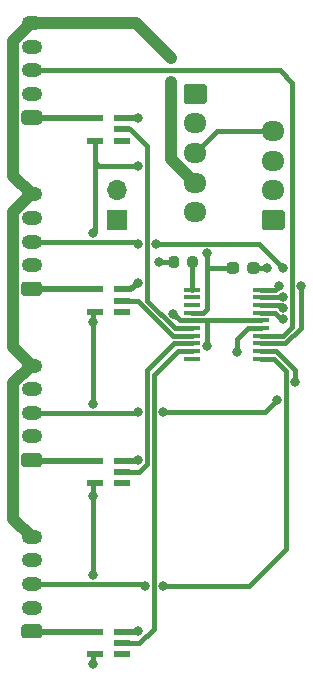
<source format=gtl>
%TF.GenerationSoftware,KiCad,Pcbnew,(5.1.6)-1*%
%TF.CreationDate,2020-11-23T19:54:06+09:00*%
%TF.ProjectId,HARP-Motor-Ctrl-Board,48415250-2d4d-46f7-946f-722d4374726c,rev?*%
%TF.SameCoordinates,Original*%
%TF.FileFunction,Copper,L1,Top*%
%TF.FilePolarity,Positive*%
%FSLAX46Y46*%
G04 Gerber Fmt 4.6, Leading zero omitted, Abs format (unit mm)*
G04 Created by KiCad (PCBNEW (5.1.6)-1) date 2020-11-23 19:54:06*
%MOMM*%
%LPD*%
G01*
G04 APERTURE LIST*
%TA.AperFunction,SMDPad,CuDef*%
%ADD10R,1.400000X0.600000*%
%TD*%
%TA.AperFunction,SMDPad,CuDef*%
%ADD11R,1.475000X0.450000*%
%TD*%
%TA.AperFunction,ComponentPad*%
%ADD12O,1.750000X1.200000*%
%TD*%
%TA.AperFunction,ComponentPad*%
%ADD13O,1.950000X1.700000*%
%TD*%
%TA.AperFunction,ComponentPad*%
%ADD14R,1.700000X1.700000*%
%TD*%
%TA.AperFunction,ComponentPad*%
%ADD15O,1.700000X1.700000*%
%TD*%
%TA.AperFunction,ViaPad*%
%ADD16C,0.800000*%
%TD*%
%TA.AperFunction,Conductor*%
%ADD17C,0.406400*%
%TD*%
%TA.AperFunction,Conductor*%
%ADD18C,0.508000*%
%TD*%
%TA.AperFunction,Conductor*%
%ADD19C,1.016000*%
%TD*%
G04 APERTURE END LIST*
%TO.P,C3,1*%
%TO.N,/NRST*%
%TA.AperFunction,SMDPad,CuDef*%
G36*
G01*
X88516000Y-78469500D02*
X88516000Y-77994500D01*
G75*
G02*
X88753500Y-77757000I237500J0D01*
G01*
X89328500Y-77757000D01*
G75*
G02*
X89566000Y-77994500I0J-237500D01*
G01*
X89566000Y-78469500D01*
G75*
G02*
X89328500Y-78707000I-237500J0D01*
G01*
X88753500Y-78707000D01*
G75*
G02*
X88516000Y-78469500I0J237500D01*
G01*
G37*
%TD.AperFunction*%
%TO.P,C3,2*%
%TO.N,GND*%
%TA.AperFunction,SMDPad,CuDef*%
G36*
G01*
X90266000Y-78469500D02*
X90266000Y-77994500D01*
G75*
G02*
X90503500Y-77757000I237500J0D01*
G01*
X91078500Y-77757000D01*
G75*
G02*
X91316000Y-77994500I0J-237500D01*
G01*
X91316000Y-78469500D01*
G75*
G02*
X91078500Y-78707000I-237500J0D01*
G01*
X90503500Y-78707000D01*
G75*
G02*
X90266000Y-78469500I0J237500D01*
G01*
G37*
%TD.AperFunction*%
%TD*%
D10*
%TO.P,IC1,1*%
%TO.N,Net-(IC1-Pad1)*%
X79650000Y-67450000D03*
%TO.P,IC1,2*%
%TO.N,/PWM1*%
X79650000Y-66500000D03*
%TO.P,IC1,3*%
%TO.N,GND*%
X79650000Y-65550000D03*
%TO.P,IC1,4*%
%TO.N,/PWM1_INV*%
X77350000Y-65550000D03*
%TO.P,IC1,5*%
%TO.N,+3V3*%
X77350000Y-67450000D03*
%TD*%
%TO.P,IC2,1*%
%TO.N,Net-(IC2-Pad1)*%
X79650000Y-96450000D03*
%TO.P,IC2,2*%
%TO.N,/PWM3*%
X79650000Y-95500000D03*
%TO.P,IC2,3*%
%TO.N,GND*%
X79650000Y-94550000D03*
%TO.P,IC2,4*%
%TO.N,/PWM3_INV*%
X77350000Y-94550000D03*
%TO.P,IC2,5*%
%TO.N,+3V3*%
X77350000Y-96450000D03*
%TD*%
D11*
%TO.P,IC3,1*%
%TO.N,Net-(IC3-Pad1)*%
X85562000Y-80075000D03*
%TO.P,IC3,2*%
%TO.N,Net-(IC3-Pad2)*%
X85562000Y-80725000D03*
%TO.P,IC3,3*%
%TO.N,Net-(IC3-Pad3)*%
X85562000Y-81375000D03*
%TO.P,IC3,4*%
%TO.N,/NRST*%
X85562000Y-82025000D03*
%TO.P,IC3,5*%
%TO.N,+3V3*%
X85562000Y-82675000D03*
%TO.P,IC3,6*%
%TO.N,/PWM1*%
X85562000Y-83325000D03*
%TO.P,IC3,7*%
%TO.N,/PWM2*%
X85562000Y-83975000D03*
%TO.P,IC3,8*%
%TO.N,/PWM3*%
X85562000Y-84625000D03*
%TO.P,IC3,9*%
%TO.N,/PWM4*%
X85562000Y-85275000D03*
%TO.P,IC3,10*%
%TO.N,Net-(IC3-Pad10)*%
X85562000Y-85925000D03*
%TO.P,IC3,11*%
%TO.N,/DIR4*%
X91438000Y-85925000D03*
%TO.P,IC3,12*%
%TO.N,/DIR3*%
X91438000Y-85275000D03*
%TO.P,IC3,13*%
%TO.N,/DIR2*%
X91438000Y-84625000D03*
%TO.P,IC3,14*%
%TO.N,/DIR1*%
X91438000Y-83975000D03*
%TO.P,IC3,15*%
%TO.N,GND*%
X91438000Y-83325000D03*
%TO.P,IC3,16*%
%TO.N,+3V3*%
X91438000Y-82675000D03*
%TO.P,IC3,17*%
%TO.N,/TX*%
X91438000Y-82025000D03*
%TO.P,IC3,18*%
%TO.N,/RX*%
X91438000Y-81375000D03*
%TO.P,IC3,19*%
%TO.N,/SWDIO*%
X91438000Y-80725000D03*
%TO.P,IC3,20*%
%TO.N,/SWCLK*%
X91438000Y-80075000D03*
%TD*%
D10*
%TO.P,IC4,5*%
%TO.N,+3V3*%
X77350000Y-81950000D03*
%TO.P,IC4,4*%
%TO.N,/PWM2_INV*%
X77350000Y-80050000D03*
%TO.P,IC4,3*%
%TO.N,GND*%
X79650000Y-80050000D03*
%TO.P,IC4,2*%
%TO.N,/PWM2*%
X79650000Y-81000000D03*
%TO.P,IC4,1*%
%TO.N,Net-(IC4-Pad1)*%
X79650000Y-81950000D03*
%TD*%
%TO.P,IC5,5*%
%TO.N,+3V3*%
X77350000Y-110950000D03*
%TO.P,IC5,4*%
%TO.N,/PWM4_INV*%
X77350000Y-109050000D03*
%TO.P,IC5,3*%
%TO.N,GND*%
X79650000Y-109050000D03*
%TO.P,IC5,2*%
%TO.N,/PWM4*%
X79650000Y-110000000D03*
%TO.P,IC5,1*%
%TO.N,Net-(IC5-Pad1)*%
X79650000Y-110950000D03*
%TD*%
D12*
%TO.P,J1,5*%
%TO.N,+12V*%
X72000000Y-57500000D03*
%TO.P,J1,4*%
%TO.N,Net-(J1-Pad4)*%
X72000000Y-59500000D03*
%TO.P,J1,3*%
%TO.N,/DIR1*%
X72000000Y-61500000D03*
%TO.P,J1,2*%
%TO.N,GND*%
X72000000Y-63500000D03*
%TO.P,J1,1*%
%TO.N,/PWM1_INV*%
%TA.AperFunction,ComponentPad*%
G36*
G01*
X72625001Y-66100000D02*
X71374999Y-66100000D01*
G75*
G02*
X71125000Y-65850001I0J249999D01*
G01*
X71125000Y-65149999D01*
G75*
G02*
X71374999Y-64900000I249999J0D01*
G01*
X72625001Y-64900000D01*
G75*
G02*
X72875000Y-65149999I0J-249999D01*
G01*
X72875000Y-65850001D01*
G75*
G02*
X72625001Y-66100000I-249999J0D01*
G01*
G37*
%TD.AperFunction*%
%TD*%
%TO.P,J2,1*%
%TO.N,/SWCLK*%
%TA.AperFunction,ComponentPad*%
G36*
G01*
X93181000Y-75018000D02*
X91731000Y-75018000D01*
G75*
G02*
X91481000Y-74768000I0J250000D01*
G01*
X91481000Y-73568000D01*
G75*
G02*
X91731000Y-73318000I250000J0D01*
G01*
X93181000Y-73318000D01*
G75*
G02*
X93431000Y-73568000I0J-250000D01*
G01*
X93431000Y-74768000D01*
G75*
G02*
X93181000Y-75018000I-250000J0D01*
G01*
G37*
%TD.AperFunction*%
D13*
%TO.P,J2,2*%
%TO.N,/SWDIO*%
X92456000Y-71668000D03*
%TO.P,J2,3*%
%TO.N,GND*%
X92456000Y-69168000D03*
%TO.P,J2,4*%
%TO.N,+3V3*%
X92456000Y-66668000D03*
%TD*%
D14*
%TO.P,J3,1*%
%TO.N,/NRST*%
X79248000Y-74168000D03*
D15*
%TO.P,J3,2*%
%TO.N,GND*%
X79248000Y-71628000D03*
%TD*%
%TO.P,J4,1*%
%TO.N,/PWM2_INV*%
%TA.AperFunction,ComponentPad*%
G36*
G01*
X72625001Y-80600000D02*
X71374999Y-80600000D01*
G75*
G02*
X71125000Y-80350001I0J249999D01*
G01*
X71125000Y-79649999D01*
G75*
G02*
X71374999Y-79400000I249999J0D01*
G01*
X72625001Y-79400000D01*
G75*
G02*
X72875000Y-79649999I0J-249999D01*
G01*
X72875000Y-80350001D01*
G75*
G02*
X72625001Y-80600000I-249999J0D01*
G01*
G37*
%TD.AperFunction*%
D12*
%TO.P,J4,2*%
%TO.N,GND*%
X72000000Y-78000000D03*
%TO.P,J4,3*%
%TO.N,/DIR2*%
X72000000Y-76000000D03*
%TO.P,J4,4*%
%TO.N,Net-(J4-Pad4)*%
X72000000Y-74000000D03*
%TO.P,J4,5*%
%TO.N,+12V*%
X72000000Y-72000000D03*
%TD*%
%TO.P,J5,1*%
%TO.N,/TX*%
%TA.AperFunction,ComponentPad*%
G36*
G01*
X85127000Y-62650000D02*
X86577000Y-62650000D01*
G75*
G02*
X86827000Y-62900000I0J-250000D01*
G01*
X86827000Y-64100000D01*
G75*
G02*
X86577000Y-64350000I-250000J0D01*
G01*
X85127000Y-64350000D01*
G75*
G02*
X84877000Y-64100000I0J250000D01*
G01*
X84877000Y-62900000D01*
G75*
G02*
X85127000Y-62650000I250000J0D01*
G01*
G37*
%TD.AperFunction*%
D13*
%TO.P,J5,2*%
%TO.N,/RX*%
X85852000Y-66000000D03*
%TO.P,J5,3*%
%TO.N,+3V3*%
X85852000Y-68500000D03*
%TO.P,J5,4*%
%TO.N,+12V*%
X85852000Y-71000000D03*
%TO.P,J5,5*%
%TO.N,GND*%
X85852000Y-73500000D03*
%TD*%
D12*
%TO.P,J6,5*%
%TO.N,+12V*%
X72000000Y-86500000D03*
%TO.P,J6,4*%
%TO.N,Net-(J6-Pad4)*%
X72000000Y-88500000D03*
%TO.P,J6,3*%
%TO.N,/DIR3*%
X72000000Y-90500000D03*
%TO.P,J6,2*%
%TO.N,GND*%
X72000000Y-92500000D03*
%TO.P,J6,1*%
%TO.N,/PWM3_INV*%
%TA.AperFunction,ComponentPad*%
G36*
G01*
X72625001Y-95100000D02*
X71374999Y-95100000D01*
G75*
G02*
X71125000Y-94850001I0J249999D01*
G01*
X71125000Y-94149999D01*
G75*
G02*
X71374999Y-93900000I249999J0D01*
G01*
X72625001Y-93900000D01*
G75*
G02*
X72875000Y-94149999I0J-249999D01*
G01*
X72875000Y-94850001D01*
G75*
G02*
X72625001Y-95100000I-249999J0D01*
G01*
G37*
%TD.AperFunction*%
%TD*%
%TO.P,J7,1*%
%TO.N,/PWM4_INV*%
%TA.AperFunction,ComponentPad*%
G36*
G01*
X72625001Y-109600000D02*
X71374999Y-109600000D01*
G75*
G02*
X71125000Y-109350001I0J249999D01*
G01*
X71125000Y-108649999D01*
G75*
G02*
X71374999Y-108400000I249999J0D01*
G01*
X72625001Y-108400000D01*
G75*
G02*
X72875000Y-108649999I0J-249999D01*
G01*
X72875000Y-109350001D01*
G75*
G02*
X72625001Y-109600000I-249999J0D01*
G01*
G37*
%TD.AperFunction*%
%TO.P,J7,2*%
%TO.N,GND*%
X72000000Y-107000000D03*
%TO.P,J7,3*%
%TO.N,/DIR4*%
X72000000Y-105000000D03*
%TO.P,J7,4*%
%TO.N,Net-(J7-Pad4)*%
X72000000Y-103000000D03*
%TO.P,J7,5*%
%TO.N,+12V*%
X72000000Y-101000000D03*
%TD*%
%TO.P,R1,1*%
%TO.N,Net-(IC3-Pad1)*%
%TA.AperFunction,SMDPad,CuDef*%
G36*
G01*
X86061000Y-77467750D02*
X86061000Y-77980250D01*
G75*
G02*
X85842250Y-78199000I-218750J0D01*
G01*
X85404750Y-78199000D01*
G75*
G02*
X85186000Y-77980250I0J218750D01*
G01*
X85186000Y-77467750D01*
G75*
G02*
X85404750Y-77249000I218750J0D01*
G01*
X85842250Y-77249000D01*
G75*
G02*
X86061000Y-77467750I0J-218750D01*
G01*
G37*
%TD.AperFunction*%
%TO.P,R1,2*%
%TO.N,GND*%
%TA.AperFunction,SMDPad,CuDef*%
G36*
G01*
X84486000Y-77467750D02*
X84486000Y-77980250D01*
G75*
G02*
X84267250Y-78199000I-218750J0D01*
G01*
X83829750Y-78199000D01*
G75*
G02*
X83611000Y-77980250I0J218750D01*
G01*
X83611000Y-77467750D01*
G75*
G02*
X83829750Y-77249000I218750J0D01*
G01*
X84267250Y-77249000D01*
G75*
G02*
X84486000Y-77467750I0J-218750D01*
G01*
G37*
%TD.AperFunction*%
%TD*%
D16*
%TO.N,+3V3*%
X83987428Y-82128572D03*
X81032400Y-69603872D03*
X77216000Y-75244400D03*
X77216000Y-82804000D03*
X77216000Y-89744400D03*
X77216000Y-97536000D03*
X77216000Y-104244400D03*
X77216000Y-111760000D03*
X86868000Y-84836000D03*
%TO.N,GND*%
X81000000Y-109000000D03*
X81000000Y-94500000D03*
X81000000Y-79500000D03*
X81000000Y-65500000D03*
X82804000Y-77724000D03*
X89408000Y-85344000D03*
X91948000Y-78232000D03*
%TO.N,/NRST*%
X86868000Y-76955600D03*
%TO.N,/DIR4*%
X81591210Y-105156000D03*
X83102410Y-105156000D03*
%TO.N,/DIR3*%
X81032400Y-90424000D03*
X83102410Y-90424000D03*
X92767209Y-89408000D03*
X94278409Y-87884000D03*
%TO.N,/DIR2*%
X81032400Y-76200000D03*
X82543600Y-76200000D03*
X93275209Y-78232000D03*
X94786409Y-79756000D03*
%TO.N,/TX*%
X93275209Y-82560927D03*
%TO.N,/RX*%
X93275209Y-81608524D03*
%TO.N,/SWDIO*%
X93275209Y-80656121D03*
%TO.N,/SWCLK*%
X92964000Y-79756000D03*
%TO.N,+12V*%
X83820000Y-60452000D03*
X83820000Y-62484000D03*
%TD*%
D17*
%TO.N,+3V3*%
X84533856Y-82675000D02*
X85562000Y-82675000D01*
X83987428Y-82128572D02*
X84533856Y-82675000D01*
X85562000Y-82675000D02*
X85723000Y-82675000D01*
X81032400Y-69603872D02*
X77731872Y-69603872D01*
X77350000Y-69222000D02*
X77350000Y-67450000D01*
X77731872Y-69603872D02*
X77350000Y-69222000D01*
X77350000Y-69222000D02*
X77350000Y-75110400D01*
X77350000Y-75110400D02*
X77216000Y-75244400D01*
X77216000Y-82084000D02*
X77350000Y-81950000D01*
X77216000Y-82804000D02*
X77216000Y-82084000D01*
X77216000Y-82804000D02*
X77216000Y-89744400D01*
X77216000Y-96584000D02*
X77350000Y-96450000D01*
X77216000Y-97536000D02*
X77216000Y-96584000D01*
X77216000Y-97536000D02*
X77216000Y-104244400D01*
X77216000Y-111084000D02*
X77350000Y-110950000D01*
X77216000Y-111760000D02*
X77216000Y-111084000D01*
X86868000Y-84836000D02*
X86868000Y-82804000D01*
X85723000Y-82675000D02*
X86997000Y-82675000D01*
X86868000Y-82804000D02*
X86997000Y-82675000D01*
X86997000Y-82675000D02*
X91438000Y-82675000D01*
X87684000Y-66668000D02*
X85852000Y-68500000D01*
X92456000Y-66668000D02*
X87684000Y-66668000D01*
D18*
%TO.N,GND*%
X79650000Y-109050000D02*
X80950000Y-109050000D01*
X80950000Y-109050000D02*
X81000000Y-109000000D01*
X79650000Y-94550000D02*
X80950000Y-94550000D01*
X80950000Y-94550000D02*
X81000000Y-94500000D01*
X79650000Y-80050000D02*
X80450000Y-80050000D01*
X80450000Y-80050000D02*
X81000000Y-79500000D01*
X79650000Y-65550000D02*
X80950000Y-65550000D01*
X80950000Y-65550000D02*
X81000000Y-65500000D01*
D17*
X84048500Y-77724000D02*
X82804000Y-77724000D01*
X89408000Y-84211100D02*
X89408000Y-85344000D01*
X91438000Y-83325000D02*
X90294100Y-83325000D01*
X90294100Y-83325000D02*
X89408000Y-84211100D01*
X90791000Y-78232000D02*
X91948000Y-78232000D01*
%TO.N,/NRST*%
X86514582Y-82025000D02*
X86868000Y-81671582D01*
X85562000Y-82025000D02*
X86514582Y-82025000D01*
X89041000Y-78232000D02*
X86868000Y-78232000D01*
X86868000Y-81671582D02*
X86868000Y-78232000D01*
X86868000Y-78232000D02*
X86868000Y-76955600D01*
%TO.N,/PWM1*%
X80340082Y-66500000D02*
X79650000Y-66500000D01*
X84115276Y-83325000D02*
X81788000Y-80997724D01*
X81788000Y-67947918D02*
X80340082Y-66500000D01*
X81788000Y-80997724D02*
X81788000Y-67947918D01*
X85562000Y-83325000D02*
X84115276Y-83325000D01*
D18*
%TO.N,/PWM1_INV*%
X72050000Y-65550000D02*
X72000000Y-65500000D01*
X77350000Y-65550000D02*
X72050000Y-65550000D01*
D17*
%TO.N,/PWM3*%
X81118290Y-95500000D02*
X81788000Y-94830290D01*
X79650000Y-95500000D02*
X81118290Y-95500000D01*
X85562000Y-84625000D02*
X84031000Y-84625000D01*
X84031000Y-84625000D02*
X81788000Y-86868000D01*
X81788000Y-94830290D02*
X81788000Y-86868000D01*
D18*
%TO.N,/PWM3_INV*%
X72050000Y-94550000D02*
X72000000Y-94500000D01*
X77350000Y-94550000D02*
X72050000Y-94550000D01*
D17*
%TO.N,Net-(IC3-Pad1)*%
X85623500Y-80013500D02*
X85562000Y-80075000D01*
X85623500Y-77724000D02*
X85623500Y-80013500D01*
%TO.N,/PWM2*%
X85562000Y-83975000D02*
X83975000Y-83975000D01*
X81000000Y-81000000D02*
X79650000Y-81000000D01*
X83975000Y-83975000D02*
X81000000Y-81000000D01*
%TO.N,/PWM4*%
X84397000Y-85275000D02*
X82346810Y-87325190D01*
X85562000Y-85275000D02*
X84397000Y-85275000D01*
X81118290Y-110000000D02*
X79650000Y-110000000D01*
X82346810Y-108771480D02*
X81118290Y-110000000D01*
X82346810Y-87325190D02*
X82346810Y-108771480D01*
%TO.N,/DIR4*%
X72000000Y-105000000D02*
X81435210Y-105000000D01*
X81435210Y-105000000D02*
X81591210Y-105156000D01*
X83102410Y-105156000D02*
X90424000Y-105156000D01*
X93522809Y-102057191D02*
X93522809Y-86918809D01*
X90424000Y-105156000D02*
X93522809Y-102057191D01*
X92529000Y-85925000D02*
X91438000Y-85925000D01*
X93522809Y-86918809D02*
X92529000Y-85925000D01*
%TO.N,/DIR3*%
X72000000Y-90500000D02*
X80956400Y-90500000D01*
X80956400Y-90500000D02*
X81032400Y-90424000D01*
X83102410Y-90424000D02*
X91440000Y-90424000D01*
X91440000Y-90424000D02*
X91751209Y-90424000D01*
X91751209Y-90424000D02*
X92767209Y-89408000D01*
X92669276Y-85275000D02*
X91438000Y-85275000D01*
X94278409Y-86884133D02*
X92669276Y-85275000D01*
X94278409Y-87884000D02*
X94278409Y-86884133D01*
%TO.N,/DIR2*%
X72000000Y-76000000D02*
X80832400Y-76000000D01*
X80832400Y-76000000D02*
X81032400Y-76200000D01*
X93457276Y-84625000D02*
X91438000Y-84625000D01*
X94786409Y-83295867D02*
X93457276Y-84625000D01*
X94786409Y-79756000D02*
X94786409Y-83295867D01*
X93275209Y-78232000D02*
X91243209Y-76200000D01*
X91243209Y-76200000D02*
X90932000Y-76200000D01*
X82543600Y-76200000D02*
X90932000Y-76200000D01*
%TO.N,/DIR1*%
X72000000Y-61500000D02*
X92996000Y-61500000D01*
X94030809Y-62534809D02*
X94030809Y-83261191D01*
X92996000Y-61500000D02*
X94030809Y-62534809D01*
X93317000Y-83975000D02*
X91438000Y-83975000D01*
X94030809Y-83261191D02*
X93317000Y-83975000D01*
%TO.N,/TX*%
X93117827Y-82560927D02*
X93275209Y-82560927D01*
X91438000Y-82025000D02*
X92581900Y-82025000D01*
X92581900Y-82025000D02*
X93117827Y-82560927D01*
%TO.N,/RX*%
X91438000Y-81375000D02*
X93041685Y-81375000D01*
X93041685Y-81375000D02*
X93275209Y-81608524D01*
%TO.N,/SWDIO*%
X91438000Y-80725000D02*
X93206330Y-80725000D01*
X93206330Y-80725000D02*
X93275209Y-80656121D01*
%TO.N,/SWCLK*%
X91438000Y-80075000D02*
X92645000Y-80075000D01*
X92645000Y-80075000D02*
X92964000Y-79756000D01*
D18*
%TO.N,/PWM2_INV*%
X72050000Y-80050000D02*
X72000000Y-80000000D01*
X77350000Y-80050000D02*
X72050000Y-80050000D01*
%TO.N,/PWM4_INV*%
X72050000Y-109050000D02*
X72000000Y-109000000D01*
X77350000Y-109050000D02*
X72050000Y-109050000D01*
D19*
%TO.N,+12V*%
X70464590Y-70464590D02*
X72000000Y-72000000D01*
X70464590Y-58977922D02*
X70464590Y-70464590D01*
X71942512Y-57500000D02*
X70464590Y-58977922D01*
X72000000Y-57500000D02*
X71942512Y-57500000D01*
X71942512Y-72000000D02*
X70464590Y-73477922D01*
X70464590Y-84964590D02*
X72000000Y-86500000D01*
X70464590Y-73477922D02*
X70464590Y-84964590D01*
X72000000Y-72000000D02*
X71942512Y-72000000D01*
X70464590Y-87977922D02*
X70464590Y-99464590D01*
X71942512Y-86500000D02*
X70464590Y-87977922D01*
X70464590Y-99464590D02*
X72000000Y-101000000D01*
X72000000Y-86500000D02*
X71942512Y-86500000D01*
X72000000Y-57500000D02*
X80868000Y-57500000D01*
X80868000Y-57500000D02*
X83820000Y-60452000D01*
X83820000Y-68968000D02*
X85852000Y-71000000D01*
X83820000Y-62484000D02*
X83820000Y-68968000D01*
%TD*%
M02*

</source>
